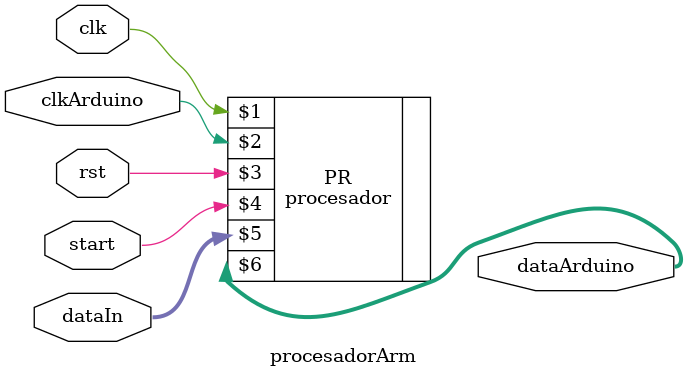
<source format=sv>

module procesadorArm(input logic clk, clkArduino, rst, start, 
input logic [7:0] dataIn, output logic  [7:0] dataArduino);

	
	
	procesador PR(clk, clkArduino, rst, start, dataIn, dataArduino);
				  

endmodule
</source>
